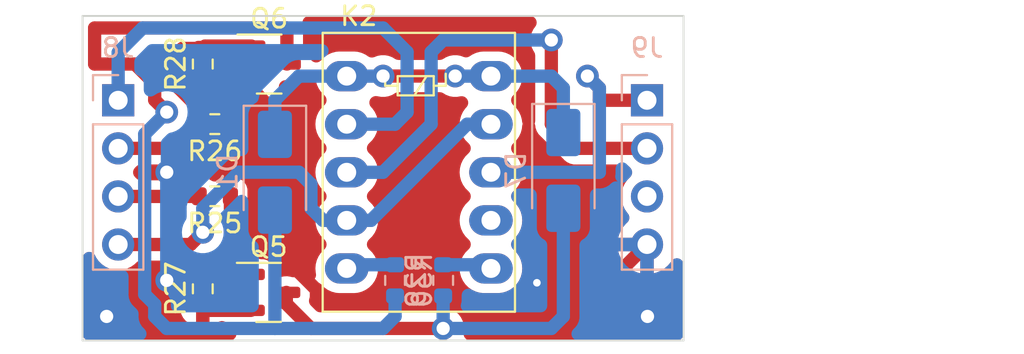
<source format=kicad_pcb>
(kicad_pcb (version 20221018) (generator pcbnew)
  (layers (0 "F.Cu" signal) (31 "B.Cu" signal) (34 "B.Paste" user) (35 "F.Paste" user) (36 "B.SilkS" user "B.Silkscreen") (37 "F.SilkS" user "F.Silkscreen") (38 "B.Mask" user) (39 "F.Mask" user) (44 "Edge.Cuts" user))
  (net 0 "")
  (net 1 "+3.3V")
  (net 2 "/relayDOWN")
  (net 3 "/relayUP")
  (net 4 "/DAB_SMB")
  (net 5 "/si468x_switchFM")
  (net 6 "/si468x_switchDAB{slash}AM")
  (net 7 "/AM{slash}FM_FAKRA")
  (net 8 "/AM_TRANSFORMET")
  (net 9 "/DAB{slash}FM_capacitor")
  (net 10 "+3V3")
  (net 11 "GNDD")
  (net 12 "Net-(K2-Pad5)")
  (net 13 "Net-(K2-Pad6)")
  (net 15 "Net-(Q5-B)")
  (net 16 "Net-(Q6-B)")
  (footprint "Resistor_SMD:R_0603_1608Metric" (layer "F.Cu") (at 153.67 97.79 180)
    (fp_text reference "R26" (at 0 -1.43) (layer "F.SilkS"))
    (fp_text value "10k")
    (fp_line (start -0.237258 -0.5225) (end 0.237258 -0.5225) (stroke (width 0.12)) (layer "F.SilkS"))
    (fp_line (start -0.237258 0.5225) (end 0.237258 0.5225) (stroke (width 0.12)) (layer "F.SilkS"))
    (pad "1" smd roundrect (at -0.825 0 180) (size 0.8 0.95) (layers "F.Cu" "F.Paste" "F.Mask") (net 16 "Net-(Q6-B)"))
    (pad "2" smd roundrect (at 0.825 0 180) (size 0.8 0.95) (layers "F.Cu" "F.Paste" "F.Mask") (net 5 "/si468x_switchFM"))
  )
  (footprint "Resistor_SMD:R_0603_1608Metric" (layer "F.Cu") (at 153.035 94.615 90)
    (fp_text reference "R28" (at 0 -1.43 90) (layer "F.SilkS"))
    (fp_text value "10k")
    (fp_line (start -0.237258 -0.5225) (end 0.237258 -0.5225) (stroke (width 0.12)) (layer "F.SilkS"))
    (fp_line (start -0.237258 0.5225) (end 0.237258 0.5225) (stroke (width 0.12)) (layer "F.SilkS"))
    (pad "1" smd roundrect (at -0.825 0 90) (size 0.8 0.95) (layers "F.Cu" "F.Paste" "F.Mask") (net 11 "GNDD"))
    (pad "2" smd roundrect (at 0.825 0 90) (size 0.8 0.95) (layers "F.Cu" "F.Paste" "F.Mask") (net 16 "Net-(Q6-B)"))
  )
  (footprint "Resistor_SMD:R_0603_1608Metric" (layer "F.Cu") (at 153.67 101.6 180)
    (fp_text reference "R25" (at 0 -1.43) (layer "F.SilkS"))
    (fp_text value "10k")
    (fp_line (start -0.237258 -0.5225) (end 0.237258 -0.5225) (stroke (width 0.12)) (layer "F.SilkS"))
    (fp_line (start -0.237258 0.5225) (end 0.237258 0.5225) (stroke (width 0.12)) (layer "F.SilkS"))
    (pad "1" smd roundrect (at -0.825 0 180) (size 0.8 0.95) (layers "F.Cu" "F.Paste" "F.Mask") (net 15 "Net-(Q5-B)"))
    (pad "2" smd roundrect (at 0.825 0 180) (size 0.8 0.95) (layers "F.Cu" "F.Paste" "F.Mask") (net 6 "/si468x_switchDAB{slash}AM"))
  )
  (footprint "Package_TO_SOT_SMD:SOT-23" (layer "F.Cu") (at 156.5425 94.615)
    (fp_text reference "Q6" (at 0 -2.4) (layer "F.SilkS"))
    (fp_text value "BC817")
    (fp_line (start 0 -1.56) (end -1.675 -1.56) (stroke (width 0.12)) (layer "F.SilkS"))
    (fp_line (start 0 -1.56) (end 0.65 -1.56) (stroke (width 0.12)) (layer "F.SilkS"))
    (fp_line (start 0 1.56) (end -0.65 1.56) (stroke (width 0.12)) (layer "F.SilkS"))
    (fp_line (start 0 1.56) (end 0.65 1.56) (stroke (width 0.12)) (layer "F.SilkS"))
    (pad "1" smd roundrect (at -0.9375 -0.95) (size 1.475 0.6) (layers "F.Cu" "F.Paste" "F.Mask") (net 16 "Net-(Q6-B)"))
    (pad "2" smd roundrect (at -0.9375 0.95) (size 1.475 0.6) (layers "F.Cu" "F.Paste" "F.Mask") (net 11 "GNDD"))
    (pad "3" smd roundrect (at 0.9375 0) (size 1.475 0.6) (layers "F.Cu" "F.Paste" "F.Mask") (net 2 "/relayDOWN"))
  )
  (footprint "Relay_THT:Relay_DPDT_FRT5" (layer "F.Cu") (at 160.64 95.255)
    (fp_text reference "K2" (at 0.635 -3.175) (layer "F.SilkS"))
    (fp_text value "AZ850P2-x")
    (fp_line (start -1.27 -2.286) (end 8.89 -2.286) (stroke (width 0.12)) (layer "F.SilkS"))
    (fp_line (start -1.27 12.446) (end -1.27 -2.286) (stroke (width 0.12)) (layer "F.SilkS"))
    (fp_line (start 2.032 -0.127) (end 2.032 0.508) (stroke (width 0.12)) (layer "F.SilkS"))
    (fp_line (start 2.032 0.508) (end 2.692 0.508) (stroke (width 0.12)) (layer "F.SilkS"))
    (fp_line (start 2.692 0) (end 2.692 1.016) (stroke (width 0.12)) (layer "F.SilkS"))
    (fp_line (start 2.692 1.016) (end 4.597 1.016) (stroke (width 0.12)) (layer "F.SilkS"))
    (fp_line (start 4.216 0) (end 3.581 1.016) (stroke (width 0.12)) (layer "F.SilkS"))
    (fp_line (start 4.597 0) (end 2.692 0) (stroke (width 0.12)) (layer "F.SilkS"))
    (fp_line (start 4.597 0) (end 4.597 1.016) (stroke (width 0.12)) (layer "F.SilkS"))
    (fp_line (start 5.232 -0.127) (end 5.232 0.508) (stroke (width 0.12)) (layer "F.SilkS"))
    (fp_line (start 5.232 0.508) (end 4.597 0.508) (stroke (width 0.12)) (layer "F.SilkS"))
    (fp_line (start 8.89 -2.286) (end 8.89 12.446) (stroke (width 0.12)) (layer "F.SilkS"))
    (fp_line (start 8.89 12.446) (end -1.27 12.446) (stroke (width 0.12)) (layer "F.SilkS"))
    (pad "1" thru_hole oval (at 0 0) (size 2.3 1.6) (drill 1) (layers "*.Cu" "*.Mask") (net 1 "+3.3V"))
    (pad "2" thru_hole oval (at 0 2.54) (size 2.3 1.6) (drill 1) (layers "*.Cu" "*.Mask") (net 4 "/DAB_SMB"))
    (pad "3" thru_hole oval (at 0 5.08) (size 2.3 1.6) (drill 1) (layers "*.Cu" "*.Mask") (net 9 "/DAB{slash}FM_capacitor"))
    (pad "4" thru_hole oval (at 0 7.62) (size 2.3 1.6) (drill 1) (layers "*.Cu" "*.Mask") (net 7 "/AM{slash}FM_FAKRA"))
    (pad "5" thru_hole oval (at 0 10.16) (size 2.3 1.6) (drill 1) (layers "*.Cu" "*.Mask") (net 12 "Net-(K2-Pad5)"))
    (pad "6" thru_hole oval (at 7.62 10.16) (size 2.3 1.6) (drill 1) (layers "*.Cu" "*.Mask") (net 13 "Net-(K2-Pad6)"))
    (pad "7" thru_hole oval (at 7.62 7.62) (size 2.3 1.6) (drill 1) (layers "*.Cu" "*.Mask"))
    (pad "8" thru_hole oval (at 7.62 5.08) (size 2.3 1.6) (drill 1) (layers "*.Cu" "*.Mask") (net 8 "/AM_TRANSFORMET"))
    (pad "9" thru_hole oval (at 7.62 2.54) (size 2.3 1.6) (drill 1) (layers "*.Cu" "*.Mask") (net 7 "/AM{slash}FM_FAKRA"))
    (pad "10" thru_hole oval (at 7.62 0) (size 2.3 1.6) (drill 1) (layers "*.Cu" "*.Mask") (net 1 "+3.3V"))
  )
  (footprint "Package_TO_SOT_SMD:SOT-23" (layer "F.Cu") (at 156.5125 106.68)
    (fp_text reference "Q5" (at 0 -2.4 -360) (layer "F.SilkS"))
    (fp_text value "BC817")
    (fp_line (start 0 -1.56) (end -1.675 -1.56) (stroke (width 0.12)) (layer "F.SilkS"))
    (fp_line (start 0 -1.56) (end 0.65 -1.56) (stroke (width 0.12)) (layer "F.SilkS"))
    (fp_line (start 0 1.56) (end -0.65 1.56) (stroke (width 0.12)) (layer "F.SilkS"))
    (fp_line (start 0 1.56) (end 0.65 1.56) (stroke (width 0.12)) (layer "F.SilkS"))
    (pad "1" smd roundrect (at -0.9375 -0.95) (size 1.475 0.6) (layers "F.Cu" "F.Paste" "F.Mask") (net 15 "Net-(Q5-B)"))
    (pad "2" smd roundrect (at -0.9375 0.95) (size 1.475 0.6) (layers "F.Cu" "F.Paste" "F.Mask") (net 11 "GNDD"))
    (pad "3" smd roundrect (at 0.9375 0) (size 1.475 0.6) (layers "F.Cu" "F.Paste" "F.Mask") (net 3 "/relayUP"))
  )
  (footprint "Resistor_SMD:R_0603_1608Metric" (layer "F.Cu") (at 153.035 106.49 90)
    (fp_text reference "R27" (at 0 -1.43 90) (layer "F.SilkS"))
    (fp_text value "10k")
    (fp_line (start -0.237258 -0.5225) (end 0.237258 -0.5225) (stroke (width 0.12)) (layer "F.SilkS"))
    (fp_line (start -0.237258 0.5225) (end 0.237258 0.5225) (stroke (width 0.12)) (layer "F.SilkS"))
    (pad "1" smd roundrect (at -0.825 0 90) (size 0.8 0.95) (layers "F.Cu" "F.Paste" "F.Mask") (net 11 "GNDD"))
    (pad "2" smd roundrect (at 0.825 0 90) (size 0.8 0.95) (layers "F.Cu" "F.Paste" "F.Mask") (net 15 "Net-(Q5-B)"))
  )
  (footprint "Resistor_SMD:R_0603_1608Metric" (layer "B.Cu") (at 165.735 106.045 -90)
    (fp_text reference "R29" (at 0 1.43 90) (layer "B.SilkS") (effects (justify mirror)))
    (fp_text value "330")
    (fp_line (start -0.237258 -0.5225) (end 0.237258 -0.5225) (stroke (width 0.12)) (layer "B.SilkS"))
    (fp_line (start -0.237258 0.5225) (end 0.237258 0.5225) (stroke (width 0.12)) (layer "B.SilkS"))
    (pad "1" smd roundrect (at -0.825 0 270) (size 0.8 0.95) (layers "B.Cu" "B.Paste" "B.Mask") (net 13 "Net-(K2-Pad6)"))
    (pad "2" smd roundrect (at 0.825 0 270) (size 0.8 0.95) (layers "B.Cu" "B.Paste" "B.Mask") (net 3 "/relayUP"))
  )
  (footprint "Diode_SMD:D_SMA" (layer "B.Cu") (at 172.085 100.235 -90)
    (fp_text reference "D7" (at 0 2.5 90) (layer "B.SilkS") (effects (justify mirror)))
    (fp_text value "BYG10D")
    (fp_line (start -3.51 -1.65) (end 2 -1.65) (stroke (width 0.12)) (layer "B.SilkS"))
    (fp_line (start -3.51 1.65) (end -3.51 -1.65) (stroke (width 0.12)) (layer "B.SilkS"))
    (fp_line (start -3.51 1.65) (end 2 1.65) (stroke (width 0.12)) (layer "B.SilkS"))
    (pad "1" smd roundrect (at -2 0 270) (size 2.5 1.8) (layers "B.Cu" "B.Paste" "B.Mask") (roundrect_rratio 0.1388888889) (net 1 "+3.3V"))
    (pad "2" smd roundrect (at 2 0 270) (size 2.5 1.8) (layers "B.Cu" "B.Paste" "B.Mask") (roundrect_rratio 0.1388888889) (net 3 "/relayUP"))
  )
  (footprint "Connector_PinSocket_2.54mm:PinSocket_1x04_P2.54mm_Vertical" (layer "B.Cu") (at 176.505 96.53 180)
    (fp_text reference "J9" (at 0 2.77) (layer "B.SilkS") (effects (justify mirror)))
    (fp_text value "Conn_01x04_Pin")
    (fp_line (start -1.33 -8.95) (end 1.33 -8.95) (stroke (width 0.12)) (layer "B.SilkS"))
    (fp_line (start -1.33 -1.27) (end -1.33 -8.95) (stroke (width 0.12)) (layer "B.SilkS"))
    (fp_line (start -1.33 -1.27) (end 1.33 -1.27) (stroke (width 0.12)) (layer "B.SilkS"))
    (fp_line (start 0 1.33) (end 1.33 1.33) (stroke (width 0.12)) (layer "B.SilkS"))
    (fp_line (start 1.33 -1.27) (end 1.33 -8.95) (stroke (width 0.12)) (layer "B.SilkS"))
    (fp_line (start 1.33 1.33) (end 1.33 0) (stroke (width 0.12)) (layer "B.SilkS"))
    (pad "1" thru_hole rect (at 0 0 180) (size 1.7 1.7) (drill 1) (layers "*.Cu" "*.Mask") (net 8 "/AM_TRANSFORMET"))
    (pad "2" thru_hole oval (at 0 -2.54 180) (size 1.7 1.7) (drill 1) (layers "*.Cu" "*.Mask") (net 9 "/DAB{slash}FM_capacitor"))
    (pad "3" thru_hole oval (at 0 -5.08 180) (size 1.7 1.7) (drill 1) (layers "*.Cu" "*.Mask") (net 10 "+3V3"))
    (pad "4" thru_hole oval (at 0 -7.62 180) (size 1.7 1.7) (drill 1) (layers "*.Cu" "*.Mask") (net 11 "GNDD"))
  )
  (footprint "Diode_SMD:D_SMA" (layer "B.Cu") (at 156.845 100.33 -90)
    (fp_text reference "D1" (at 0 2.5 90) (layer "B.SilkS") (effects (justify mirror)))
    (fp_text value "BYG10D")
    (fp_line (start -3.51 -1.65) (end 2 -1.65) (stroke (width 0.12)) (layer "B.SilkS"))
    (fp_line (start -3.51 1.65) (end -3.51 -1.65) (stroke (width 0.12)) (layer "B.SilkS"))
    (fp_line (start -3.51 1.65) (end 2 1.65) (stroke (width 0.12)) (layer "B.SilkS"))
    (pad "1" smd roundrect (at -2 0 270) (size 2.5 1.8) (layers "B.Cu" "B.Paste" "B.Mask") (roundrect_rratio 0.1388888889) (net 1 "+3.3V"))
    (pad "2" smd roundrect (at 2 0 270) (size 2.5 1.8) (layers "B.Cu" "B.Paste" "B.Mask") (roundrect_rratio 0.1388888889) (net 2 "/relayDOWN"))
  )
  (footprint "Resistor_SMD:R_0603_1608Metric" (layer "B.Cu") (at 163.195 106.045 90)
    (fp_text reference "R30" (at 0 1.43 90) (layer "B.SilkS") (effects (justify mirror)))
    (fp_text value "330")
    (fp_line (start -0.237258 -0.5225) (end 0.237258 -0.5225) (stroke (width 0.12)) (layer "B.SilkS"))
    (fp_line (start -0.237258 0.5225) (end 0.237258 0.5225) (stroke (width 0.12)) (layer "B.SilkS"))
    (pad "1" smd roundrect (at -0.825 0 90) (size 0.8 0.95) (layers "B.Cu" "B.Paste" "B.Mask") (net 2 "/relayDOWN"))
    (pad "2" smd roundrect (at 0.825 0 90) (size 0.8 0.95) (layers "B.Cu" "B.Paste" "B.Mask") (net 12 "Net-(K2-Pad5)"))
  )
  (footprint "Connector_PinSocket_2.54mm:PinSocket_1x04_P2.54mm_Vertical" (layer "B.Cu") (at 148.565 96.53 180)
    (fp_text reference "J8" (at 0 2.77) (layer "B.SilkS") (effects (justify mirror)))
    (fp_text value "Conn_01x04_Pin")
    (fp_line (start -1.33 -8.95) (end 1.33 -8.95) (stroke (width 0.12)) (layer "B.SilkS"))
    (fp_line (start -1.33 -1.27) (end -1.33 -8.95) (stroke (width 0.12)) (layer "B.SilkS"))
    (fp_line (start -1.33 -1.27) (end 1.33 -1.27) (stroke (width 0.12)) (layer "B.SilkS"))
    (fp_line (start 0 1.33) (end 1.33 1.33) (stroke (width 0.12)) (layer "B.SilkS"))
    (fp_line (start 1.33 -1.27) (end 1.33 -8.95) (stroke (width 0.12)) (layer "B.SilkS"))
    (fp_line (start 1.33 1.33) (end 1.33 0) (stroke (width 0.12)) (layer "B.SilkS"))
    (pad "1" thru_hole rect (at 0 0 180) (size 1.7 1.7) (drill 1) (layers "*.Cu" "*.Mask") (net 4 "/DAB_SMB"))
    (pad "2" thru_hole oval (at 0 -2.54 180) (size 1.7 1.7) (drill 1) (layers "*.Cu" "*.Mask") (net 5 "/si468x_switchFM"))
    (pad "3" thru_hole oval (at 0 -5.08 180) (size 1.7 1.7) (drill 1) (layers "*.Cu" "*.Mask") (net 6 "/si468x_switchDAB{slash}AM"))
    (pad "4" thru_hole oval (at 0 -7.62 180) (size 1.7 1.7) (drill 1) (layers "*.Cu" "*.Mask") (net 7 "/AM{slash}FM_FAKRA"))
  )
  (gr_line (start 146.685 92.075) (end 178.435 92.075) (stroke (width 0.1)) (layer "Edge.Cuts"))
  (gr_line (start 178.435 92.075) (end 178.435 109.22) (stroke (width 0.1)) (layer "Edge.Cuts"))
  (gr_line (start 178.435 109.22) (end 146.685 109.22) (stroke (width 0.1)) (layer "Edge.Cuts"))
  (gr_line (start 146.685 109.22) (end 146.685 92.075) (stroke (width 0.1)) (layer "Edge.Cuts"))
  (segment (start 166.37 95.25) (end 162.56 95.25) (width 0.7) (layer "F.Cu") (net 1))
  (via (at 166.37 95.25) (size 1.2) (drill 0.7) (layers "F.Cu" "B.Cu") (net 1))
  (via (at 162.56 95.25) (size 1.2) (drill 0.7) (layers "F.Cu" "B.Cu") (net 1))
  (segment (start 158.11 95.255) (end 156.845 96.52) (width 0.7) (layer "B.Cu") (net 1))
  (segment (start 160.64 95.255) (end 162.555 95.255) (width 0.7) (layer "B.Cu") (net 1))
  (segment (start 156.845 96.52) (end 156.845 98.33) (width 0.7) (layer "B.Cu") (net 1))
  (segment (start 171.445 95.255) (end 171.45 95.25) (width 0.7) (layer "B.Cu") (net 1))
  (segment (start 168.26 95.255) (end 166.375 95.255) (width 0.7) (layer "B.Cu") (net 1))
  (segment (start 168.26 95.255) (end 171.445 95.255) (width 0.7) (layer "B.Cu") (net 1))
  (segment (start 172.085 95.885) (end 172.085 98.235) (width 0.7) (layer "B.Cu") (net 1))
  (segment (start 160.64 95.255) (end 158.11 95.255) (width 0.7) (layer "B.Cu") (net 1))
  (segment (start 166.375 95.255) (end 166.37 95.25) (width 0.7) (layer "B.Cu") (net 1))
  (segment (start 162.555 95.255) (end 162.56 95.25) (width 0.7) (layer "B.Cu") (net 1))
  (segment (start 171.45 95.25) (end 172.085 95.885) (width 0.7) (layer "B.Cu") (net 1))
  (segment (start 157.48 94.615) (end 157.48 92.71) (width 0.7) (layer "F.Cu") (net 2))
  (segment (start 150.495 96.52) (end 150.495 95.66) (width 0.7) (layer "F.Cu") (net 2))
  (segment (start 157.48 92.71) (end 147.32 92.71) (width 0.7) (layer "F.Cu") (net 2))
  (segment (start 150.495 96.52) (end 151.13 97.155) (width 0.7) (layer "F.Cu") (net 2))
  (segment (start 150.495 95.66) (end 149.45 94.615) (width 0.7) (layer "F.Cu") (net 2))
  (segment (start 147.32 94.615) (end 148.59 94.615) (width 0.7) (layer "F.Cu") (net 2))
  (segment (start 149.45 94.615) (end 148.59 94.615) (width 0.7) (layer "F.Cu") (net 2))
  (segment (start 147.32 92.71) (end 147.32 94.615) (width 0.7) (layer "F.Cu") (net 2))
  (via (at 151.13 97.155) (size 1.2) (drill 0.7) (layers "F.Cu" "B.Cu") (net 2))
  (segment (start 156.845 108.585) (end 151.13 108.585) (width 0.7) (layer "B.Cu") (net 2))
  (segment (start 162.56 108.585) (end 156.845 108.585) (width 0.7) (layer "B.Cu") (net 2))
  (segment (start 156.845 108.585) (end 156.845 102.33) (width 0.7) (layer "B.Cu") (net 2))
  (segment (start 151.13 108.585) (end 150.495 107.95) (width 0.7) (layer "B.Cu") (net 2))
  (segment (start 150.495 107.95) (end 150.495 107.315) (width 0.7) (layer "B.Cu") (net 2))
  (segment (start 149.965 106.785) (end 149.965 98.32) (width 0.7) (layer "B.Cu") (net 2))
  (segment (start 163.195 106.87) (end 163.195 107.95) (width 0.7) (layer "B.Cu") (net 2))
  (segment (start 150.495 107.315) (end 149.965 106.785) (width 0.7) (layer "B.Cu") (net 2))
  (segment (start 163.195 107.95) (end 162.56 108.585) (width 0.7) (layer "B.Cu") (net 2))
  (segment (start 149.965 98.32) (end 151.13 97.155) (width 0.7) (layer "B.Cu") (net 2))
  (segment (start 157.45 106.68) (end 157.45 107.285) (width 0.7) (layer "F.Cu") (net 3))
  (segment (start 158.75 108.585) (end 165.735 108.585) (width 0.7) (layer "F.Cu") (net 3))
  (segment (start 157.45 107.285) (end 158.75 108.585) (width 0.7) (layer "F.Cu") (net 3))
  (via (at 165.735 108.585) (size 1.2) (drill 0.7) (layers "F.Cu" "B.Cu") (net 3))
  (segment (start 172.085 102.235) (end 172.085 107.95) (width 0.7) (layer "B.Cu") (net 3))
  (segment (start 165.735 108.585) (end 165.735 106.87) (width 0.7) (layer "B.Cu") (net 3))
  (segment (start 172.085 107.95) (end 171.45 108.585) (width 0.7) (layer "B.Cu") (net 3))
  (segment (start 171.45 108.585) (end 165.735 108.585) (width 0.7) (layer "B.Cu") (net 3))
  (segment (start 148.565 94.005) (end 148.565 96.53) (width 0.7) (layer "B.Cu") (net 4))
  (segment (start 160.64 97.795) (end 163.19 97.795) (width 0.7) (layer "B.Cu") (net 4))
  (segment (start 149.86 92.71) (end 148.565 94.005) (width 0.7) (layer "B.Cu") (net 4))
  (segment (start 163.83 97.155) (end 163.83 93.98) (width 0.7) (layer "B.Cu") (net 4))
  (segment (start 162.56 92.71) (end 149.86 92.71) (width 0.7) (layer "B.Cu") (net 4))
  (segment (start 163.83 93.98) (end 162.56 92.71) (width 0.7) (layer "B.Cu") (net 4))
  (segment (start 163.19 97.795) (end 163.83 97.155) (width 0.7) (layer "B.Cu") (net 4))
  (segment (start 148.565 99.07) (end 151.565 99.07) (width 0.7) (layer "F.Cu") (net 5))
  (segment (start 151.565 99.07) (end 152.845 97.79) (width 0.7) (layer "F.Cu") (net 5))
  (segment (start 148.565 101.61) (end 152.835 101.61) (width 0.7) (layer "F.Cu") (net 6))
  (segment (start 152.835 101.61) (end 152.845 101.6) (width 0.7) (layer "F.Cu") (net 6))
  (segment (start 148.565 104.15) (end 152.39 104.15) (width 0.7) (layer "F.Cu") (net 7))
  (segment (start 152.39 104.15) (end 153.035 103.505) (width 0.7) (layer "F.Cu") (net 7))
  (via (at 153.035 103.505) (size 1.2) (drill 0.7) (layers "F.Cu" "B.Cu") (net 7))
  (segment (start 158.75 102.235) (end 159.39 102.875) (width 0.7) (layer "B.Cu") (net 7))
  (segment (start 160.64 102.875) (end 161.92 102.875) (width 0.7) (layer "B.Cu") (net 7))
  (segment (start 158.75 100.965) (end 158.75 102.235) (width 0.7) (layer "B.Cu") (net 7))
  (segment (start 167 97.795) (end 168.26 97.795) (width 0.7) (layer "B.Cu") (net 7))
  (segment (start 153.035 102.235) (end 154.94 100.33) (width 0.7) (layer "B.Cu") (net 7))
  (segment (start 159.39 102.875) (end 160.64 102.875) (width 0.7) (layer "B.Cu") (net 7))
  (segment (start 153.035 103.505) (end 153.035 102.235) (width 0.7) (layer "B.Cu") (net 7))
  (segment (start 158.115 100.33) (end 158.75 100.965) (width 0.7) (layer "B.Cu") (net 7))
  (segment (start 161.92 102.875) (end 167 97.795) (width 0.7) (layer "B.Cu") (net 7))
  (segment (start 154.94 100.33) (end 158.115 100.33) (width 0.7) (layer "B.Cu") (net 7))
  (segment (start 174 96.53) (end 173.99 96.52) (width 0.7) (layer "F.Cu") (net 8))
  (segment (start 173.99 95.885) (end 173.355 95.25) (width 0.7) (layer "F.Cu") (net 8))
  (segment (start 176.505 96.53) (end 174 96.53) (width 0.7) (layer "F.Cu") (net 8))
  (segment (start 173.99 96.52) (end 173.99 95.885) (width 0.7) (layer "F.Cu") (net 8))
  (via (at 173.355 95.25) (size 1.2) (drill 0.7) (layers "F.Cu" "B.Cu") (net 8))
  (segment (start 173.985 100.335) (end 173.99 100.33) (width 0.7) (layer "B.Cu") (net 8))
  (segment (start 168.26 100.335) (end 173.985 100.335) (width 0.7) (layer "B.Cu") (net 8))
  (segment (start 173.99 100.33) (end 173.99 95.885) (width 0.7) (layer "B.Cu") (net 8))
  (segment (start 173.99 95.885) (end 173.355 95.25) (width 0.7) (layer "B.Cu") (net 8))
  (segment (start 172.73 99.07) (end 176.505 99.07) (width 0.7) (layer "F.Cu") (net 9))
  (segment (start 171.45 97.79) (end 172.73 99.07) (width 0.7) (layer "F.Cu") (net 9))
  (segment (start 171.45 93.345) (end 171.45 97.79) (width 0.7) (layer "F.Cu") (net 9))
  (via (at 171.45 93.345) (size 1.2) (drill 0.7) (layers "F.Cu" "B.Cu") (net 9))
  (segment (start 162.555 100.335) (end 165.1 97.79) (width 0.7) (layer "B.Cu") (net 9))
  (segment (start 165.1 93.98) (end 165.735 93.345) (width 0.7) (layer "B.Cu") (net 9))
  (segment (start 160.64 100.335) (end 162.555 100.335) (width 0.7) (layer "B.Cu") (net 9))
  (segment (start 165.735 93.345) (end 171.45 93.345) (width 0.7) (layer "B.Cu") (net 9))
  (segment (start 165.1 97.79) (end 165.1 93.98) (width 0.7) (layer "B.Cu") (net 9))
  (segment (start 155.605 95.915) (end 156.845 97.155) (width 0.7) (layer "F.Cu") (net 11))
  (segment (start 156.845 99.06) (end 153.035 99.06) (width 0.7) (layer "F.Cu") (net 11))
  (segment (start 176.505 104.15) (end 173.34 107.315) (width 0.7) (layer "F.Cu") (net 11))
  (segment (start 159.385 106.887551) (end 157.48 104.982551) (width 0.7) (layer "F.Cu") (net 11))
  (segment (start 153.035 95.44) (end 153.16 95.565) (width 0.7) (layer "F.Cu") (net 11))
  (segment (start 156.845 97.155) (end 156.845 99.06) (width 0.7) (layer "F.Cu") (net 11))
  (segment (start 152.4 107.315) (end 153.035 107.315) (width 0.7) (layer "F.Cu") (net 11))
  (segment (start 153.035 107.315) (end 153.35 107.63) (width 0.7) (layer "F.Cu") (net 11))
  (segment (start 159.385 107.315) (end 159.385 106.887551) (width 0.7) (layer "F.Cu") (net 11))
  (segment (start 153.035 99.06) (end 151.765 100.33) (width 0.7) (layer "F.Cu") (net 11))
  (segment (start 153.35 107.63) (end 155.575 107.63) (width 0.7) (layer "F.Cu") (net 11))
  (segment (start 173.34 107.315) (end 159.385 107.315) (width 0.7) (layer "F.Cu") (net 11))
  (segment (start 151.765 100.33) (end 151.13 100.33) (width 0.7) (layer "F.Cu") (net 11))
  (segment (start 155.605 95.565) (end 155.605 95.915) (width 0.7) (layer "F.Cu") (net 11))
  (segment (start 157.48 104.982551) (end 157.48 99.695) (width 0.7) (layer "F.Cu") (net 11))
  (segment (start 153.16 95.565) (end 155.605 95.565) (width 0.7) (layer "F.Cu") (net 11))
  (segment (start 157.48 99.695) (end 156.845 99.06) (width 0.7) (layer "F.Cu") (net 11))
  (segment (start 151.13 106.045) (end 152.4 107.315) (width 0.7) (layer "F.Cu") (net 11))
  (via (at 151.13 100.33) (size 1.2) (drill 0.7) (layers "F.Cu" "B.Cu") (net 11))
  (via (at 151.13 106.045) (size 1.2) (drill 0.7) (layers "F.Cu" "B.Cu") (net 11))
  (via (at 147.955 107.95) (size 1.2) (drill 0.7) (layers "F.Cu" "B.Cu") (net 11))
  (via (at 176.53 107.95) (size 1.2) (drill 0.7) (layers "F.Cu" "B.Cu") (net 11))
  (via (at 170.688 106.172) (size 0.8) (drill 0.4) (layers "F.Cu" "B.Cu") (net 11))
  (segment (start 151.13 100.33) (end 151.13 106.045) (width 0.7) (layer "B.Cu") (net 11))
  (segment (start 160.835 105.22) (end 163.195 105.22) (width 0.7) (layer "B.Cu") (net 12))
  (segment (start 160.64 105.415) (end 160.835 105.22) (width 0.7) (layer "B.Cu") (net 12))
  (segment (start 168.065 105.22) (end 165.735 105.22) (width 0.7) (layer "B.Cu") (net 13))
  (segment (start 168.26 105.415) (end 168.065 105.22) (width 0.7) (layer "B.Cu") (net 13))
  (segment (start 154.495 104.65) (end 155.575 105.73) (width 0.7) (layer "F.Cu") (net 15))
  (segment (start 155.51 105.665) (end 155.575 105.73) (width 0.7) (layer "F.Cu") (net 15))
  (segment (start 154.495 101.6) (end 154.495 104.65) (width 0.7) (layer "F.Cu") (net 15))
  (segment (start 153.035 105.665) (end 155.51 105.665) (width 0.7) (layer "F.Cu") (net 15))
  (segment (start 154.495 97.79) (end 153.47 96.765) (width 0.7) (layer "F.Cu") (net 16))
  (segment (start 153.16 93.665) (end 155.605 93.665) (width 0.7) (layer "F.Cu") (net 16))
  (segment (start 152.645 96.765) (end 151.765 95.885) (width 0.7) (layer "F.Cu") (net 16))
  (segment (start 151.765 95.885) (end 151.765 93.98) (width 0.7) (layer "F.Cu") (net 16))
  (segment (start 151.955 93.79) (end 153.035 93.79) (width 0.7) (layer "F.Cu") (net 16))
  (segment (start 151.765 93.98) (end 151.955 93.79) (width 0.7) (layer "F.Cu") (net 16))
  (segment (start 153.035 93.79) (end 153.16 93.665) (width 0.7) (layer "F.Cu") (net 16))
  (segment (start 153.47 96.765) (end 152.645 96.765) (width 0.7) (layer "F.Cu") (net 16))
  (zone (net 11) (net_name "GNDD") (layers "F&B.Cu") (priority 1) (connect_pads (clearance 0.5)) (min_thickness 0.7) (fill yes (thermal_gap 0.71) (thermal_bridge_width 0.71))
    (polygon (pts (xy 145.415 91.44) (xy 179.07 91.44) (xy 179.07 109.855) (xy 145.415 109.855)))
  )
)
</source>
